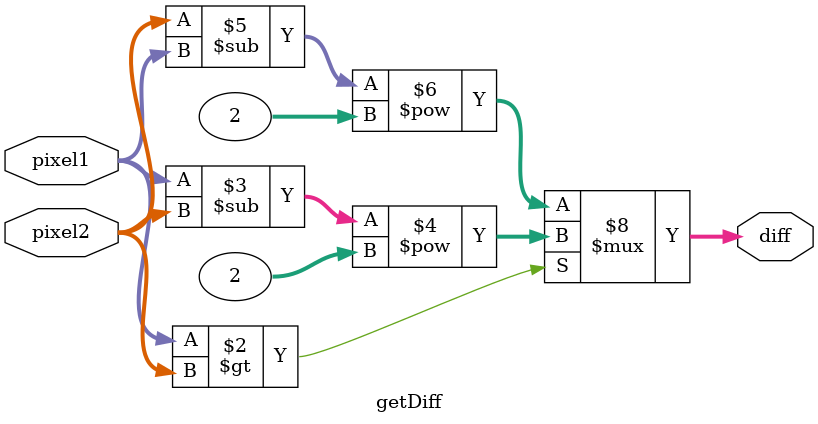
<source format=sv>
module getDiff (diff, pixel1, pixel2);
  input logic [7:0] pixel1, pixel2;
  output logic [15:0] diff; // 16 bits
  
  always_comb begin
    if(pixel1 > pixel2) begin
	   diff = (pixel1 - pixel2)**2;
    end else begin    
		diff = (pixel2 - pixel1)**2;
	 end
  end
endmodule 
</source>
